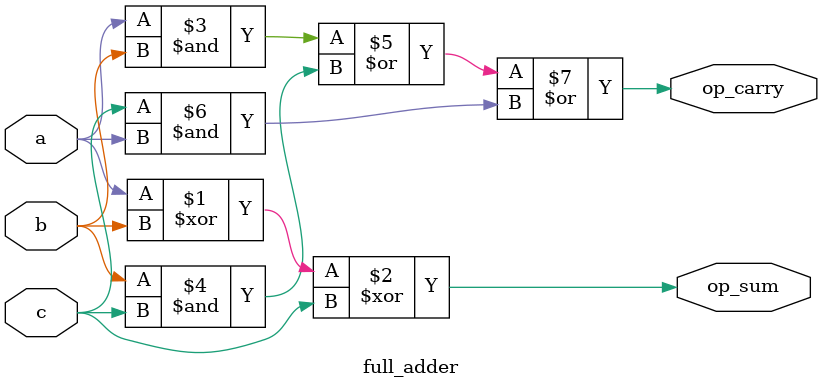
<source format=v>
`timescale 1ns / 1ps

// Full adder
module full_adder(a,b,c,op_sum,op_carry);
   input a;
   input b;
   input c;
    
   output op_sum;
   output op_carry;
// design - 3 types - gate level, data flow, behavioural
// design - data flow- assign keyword, boolean expression + verilog operators
   assign op_sum = a ^ b ^ c; //(^=xor operator)
   assign op_carry = (a & b) | (b & c) | (c & a); //(&=and, |= or operator)
   // assign keyword: continous assignment operator
endmodule




</source>
